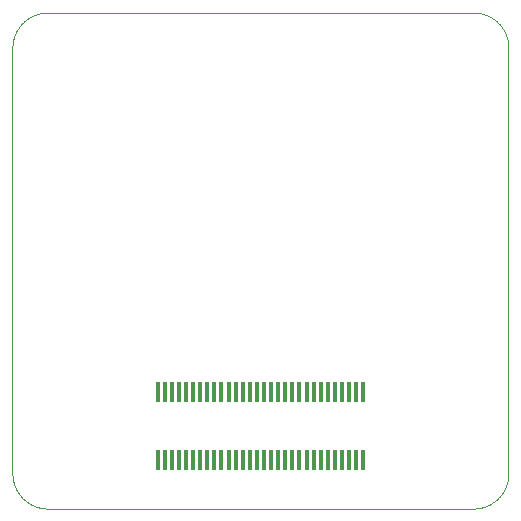
<source format=gbs>
G75*
%MOIN*%
%OFA0B0*%
%FSLAX25Y25*%
%IPPOS*%
%LPD*%
%AMOC8*
5,1,8,0,0,1.08239X$1,22.5*
%
%ADD10C,0.00000*%
%ADD11R,0.01778X0.07093*%
D10*
X0013311Y0001819D02*
X0155043Y0001819D01*
X0155328Y0001822D01*
X0155614Y0001833D01*
X0155899Y0001850D01*
X0156183Y0001874D01*
X0156467Y0001905D01*
X0156750Y0001943D01*
X0157031Y0001988D01*
X0157312Y0002039D01*
X0157592Y0002097D01*
X0157870Y0002162D01*
X0158146Y0002234D01*
X0158420Y0002312D01*
X0158693Y0002397D01*
X0158963Y0002489D01*
X0159231Y0002587D01*
X0159497Y0002691D01*
X0159760Y0002802D01*
X0160020Y0002919D01*
X0160278Y0003042D01*
X0160532Y0003172D01*
X0160783Y0003308D01*
X0161031Y0003449D01*
X0161275Y0003597D01*
X0161516Y0003750D01*
X0161752Y0003910D01*
X0161985Y0004075D01*
X0162214Y0004245D01*
X0162439Y0004421D01*
X0162659Y0004603D01*
X0162875Y0004789D01*
X0163086Y0004981D01*
X0163293Y0005178D01*
X0163495Y0005380D01*
X0163692Y0005587D01*
X0163884Y0005798D01*
X0164070Y0006014D01*
X0164252Y0006234D01*
X0164428Y0006459D01*
X0164598Y0006688D01*
X0164763Y0006921D01*
X0164923Y0007157D01*
X0165076Y0007398D01*
X0165224Y0007642D01*
X0165365Y0007890D01*
X0165501Y0008141D01*
X0165631Y0008395D01*
X0165754Y0008653D01*
X0165871Y0008913D01*
X0165982Y0009176D01*
X0166086Y0009442D01*
X0166184Y0009710D01*
X0166276Y0009980D01*
X0166361Y0010253D01*
X0166439Y0010527D01*
X0166511Y0010803D01*
X0166576Y0011081D01*
X0166634Y0011361D01*
X0166685Y0011642D01*
X0166730Y0011923D01*
X0166768Y0012206D01*
X0166799Y0012490D01*
X0166823Y0012774D01*
X0166840Y0013059D01*
X0166851Y0013345D01*
X0166854Y0013630D01*
X0166854Y0155362D01*
X0166851Y0155647D01*
X0166840Y0155933D01*
X0166823Y0156218D01*
X0166799Y0156502D01*
X0166768Y0156786D01*
X0166730Y0157069D01*
X0166685Y0157350D01*
X0166634Y0157631D01*
X0166576Y0157911D01*
X0166511Y0158189D01*
X0166439Y0158465D01*
X0166361Y0158739D01*
X0166276Y0159012D01*
X0166184Y0159282D01*
X0166086Y0159550D01*
X0165982Y0159816D01*
X0165871Y0160079D01*
X0165754Y0160339D01*
X0165631Y0160597D01*
X0165501Y0160851D01*
X0165365Y0161102D01*
X0165224Y0161350D01*
X0165076Y0161594D01*
X0164923Y0161835D01*
X0164763Y0162071D01*
X0164598Y0162304D01*
X0164428Y0162533D01*
X0164252Y0162758D01*
X0164070Y0162978D01*
X0163884Y0163194D01*
X0163692Y0163405D01*
X0163495Y0163612D01*
X0163293Y0163814D01*
X0163086Y0164011D01*
X0162875Y0164203D01*
X0162659Y0164389D01*
X0162439Y0164571D01*
X0162214Y0164747D01*
X0161985Y0164917D01*
X0161752Y0165082D01*
X0161516Y0165242D01*
X0161275Y0165395D01*
X0161031Y0165543D01*
X0160783Y0165684D01*
X0160532Y0165820D01*
X0160278Y0165950D01*
X0160020Y0166073D01*
X0159760Y0166190D01*
X0159497Y0166301D01*
X0159231Y0166405D01*
X0158963Y0166503D01*
X0158693Y0166595D01*
X0158420Y0166680D01*
X0158146Y0166758D01*
X0157870Y0166830D01*
X0157592Y0166895D01*
X0157312Y0166953D01*
X0157031Y0167004D01*
X0156750Y0167049D01*
X0156467Y0167087D01*
X0156183Y0167118D01*
X0155899Y0167142D01*
X0155614Y0167159D01*
X0155328Y0167170D01*
X0155043Y0167173D01*
X0013311Y0167173D01*
X0013026Y0167170D01*
X0012740Y0167159D01*
X0012455Y0167142D01*
X0012171Y0167118D01*
X0011887Y0167087D01*
X0011604Y0167049D01*
X0011323Y0167004D01*
X0011042Y0166953D01*
X0010762Y0166895D01*
X0010484Y0166830D01*
X0010208Y0166758D01*
X0009934Y0166680D01*
X0009661Y0166595D01*
X0009391Y0166503D01*
X0009123Y0166405D01*
X0008857Y0166301D01*
X0008594Y0166190D01*
X0008334Y0166073D01*
X0008076Y0165950D01*
X0007822Y0165820D01*
X0007571Y0165684D01*
X0007323Y0165543D01*
X0007079Y0165395D01*
X0006838Y0165242D01*
X0006602Y0165082D01*
X0006369Y0164917D01*
X0006140Y0164747D01*
X0005915Y0164571D01*
X0005695Y0164389D01*
X0005479Y0164203D01*
X0005268Y0164011D01*
X0005061Y0163814D01*
X0004859Y0163612D01*
X0004662Y0163405D01*
X0004470Y0163194D01*
X0004284Y0162978D01*
X0004102Y0162758D01*
X0003926Y0162533D01*
X0003756Y0162304D01*
X0003591Y0162071D01*
X0003431Y0161835D01*
X0003278Y0161594D01*
X0003130Y0161350D01*
X0002989Y0161102D01*
X0002853Y0160851D01*
X0002723Y0160597D01*
X0002600Y0160339D01*
X0002483Y0160079D01*
X0002372Y0159816D01*
X0002268Y0159550D01*
X0002170Y0159282D01*
X0002078Y0159012D01*
X0001993Y0158739D01*
X0001915Y0158465D01*
X0001843Y0158189D01*
X0001778Y0157911D01*
X0001720Y0157631D01*
X0001669Y0157350D01*
X0001624Y0157069D01*
X0001586Y0156786D01*
X0001555Y0156502D01*
X0001531Y0156218D01*
X0001514Y0155933D01*
X0001503Y0155647D01*
X0001500Y0155362D01*
X0001500Y0013630D01*
X0001503Y0013345D01*
X0001514Y0013059D01*
X0001531Y0012774D01*
X0001555Y0012490D01*
X0001586Y0012206D01*
X0001624Y0011923D01*
X0001669Y0011642D01*
X0001720Y0011361D01*
X0001778Y0011081D01*
X0001843Y0010803D01*
X0001915Y0010527D01*
X0001993Y0010253D01*
X0002078Y0009980D01*
X0002170Y0009710D01*
X0002268Y0009442D01*
X0002372Y0009176D01*
X0002483Y0008913D01*
X0002600Y0008653D01*
X0002723Y0008395D01*
X0002853Y0008141D01*
X0002989Y0007890D01*
X0003130Y0007642D01*
X0003278Y0007398D01*
X0003431Y0007157D01*
X0003591Y0006921D01*
X0003756Y0006688D01*
X0003926Y0006459D01*
X0004102Y0006234D01*
X0004284Y0006014D01*
X0004470Y0005798D01*
X0004662Y0005587D01*
X0004859Y0005380D01*
X0005061Y0005178D01*
X0005268Y0004981D01*
X0005479Y0004789D01*
X0005695Y0004603D01*
X0005915Y0004421D01*
X0006140Y0004245D01*
X0006369Y0004075D01*
X0006602Y0003910D01*
X0006838Y0003750D01*
X0007079Y0003597D01*
X0007323Y0003449D01*
X0007571Y0003308D01*
X0007822Y0003172D01*
X0008076Y0003042D01*
X0008334Y0002919D01*
X0008594Y0002802D01*
X0008857Y0002691D01*
X0009123Y0002587D01*
X0009391Y0002489D01*
X0009661Y0002397D01*
X0009934Y0002312D01*
X0010208Y0002234D01*
X0010484Y0002162D01*
X0010762Y0002097D01*
X0011042Y0002039D01*
X0011323Y0001988D01*
X0011604Y0001943D01*
X0011887Y0001905D01*
X0012171Y0001874D01*
X0012455Y0001850D01*
X0012740Y0001833D01*
X0013026Y0001822D01*
X0013311Y0001819D01*
D11*
X0049925Y0018157D03*
X0052287Y0018157D03*
X0054650Y0018157D03*
X0057012Y0018157D03*
X0059374Y0018157D03*
X0061736Y0018157D03*
X0064098Y0018157D03*
X0066461Y0018157D03*
X0068823Y0018157D03*
X0071185Y0018157D03*
X0073547Y0018157D03*
X0075909Y0018157D03*
X0078272Y0018157D03*
X0080634Y0018157D03*
X0082996Y0018157D03*
X0085358Y0018157D03*
X0087720Y0018157D03*
X0090083Y0018157D03*
X0092445Y0018157D03*
X0094807Y0018157D03*
X0097169Y0018157D03*
X0099531Y0018157D03*
X0101894Y0018157D03*
X0104256Y0018157D03*
X0106618Y0018157D03*
X0108980Y0018157D03*
X0111343Y0018157D03*
X0113705Y0018157D03*
X0116067Y0018157D03*
X0118429Y0018157D03*
X0118429Y0040598D03*
X0116067Y0040598D03*
X0113705Y0040598D03*
X0111343Y0040598D03*
X0108980Y0040598D03*
X0106618Y0040598D03*
X0104256Y0040598D03*
X0101894Y0040598D03*
X0099531Y0040598D03*
X0097169Y0040598D03*
X0094807Y0040598D03*
X0092445Y0040598D03*
X0090083Y0040598D03*
X0087720Y0040598D03*
X0085358Y0040598D03*
X0082996Y0040598D03*
X0080634Y0040598D03*
X0078272Y0040598D03*
X0075909Y0040598D03*
X0073547Y0040598D03*
X0071185Y0040598D03*
X0068823Y0040598D03*
X0066461Y0040598D03*
X0064098Y0040598D03*
X0061736Y0040598D03*
X0059374Y0040598D03*
X0057012Y0040598D03*
X0054650Y0040598D03*
X0052287Y0040598D03*
X0049925Y0040598D03*
M02*

</source>
